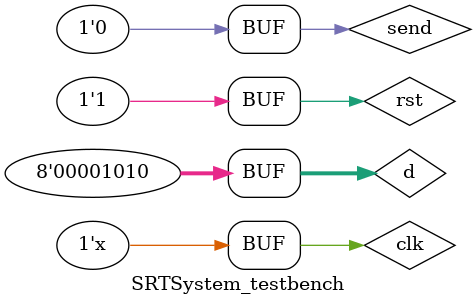
<source format=v>




module SRTSystem_testbench();

reg clk,send,rst;
reg [0:7] d;
wire ERR;
wire [0:7]Q;
SRTSystem_TD SRTS_testbench(.clk(clk), .send(send), .rst(rst), .d(d), .en(1), .ERR(ERR), .Q(Q));


initial
begin
clk=0;
send=0;
rst=0;
d=0;
#100
rst=1;
#10
d=8'd10;
#5
send =1;
#5
send=0;
end

always #1 clk<=~clk;

endmodule 
</source>
